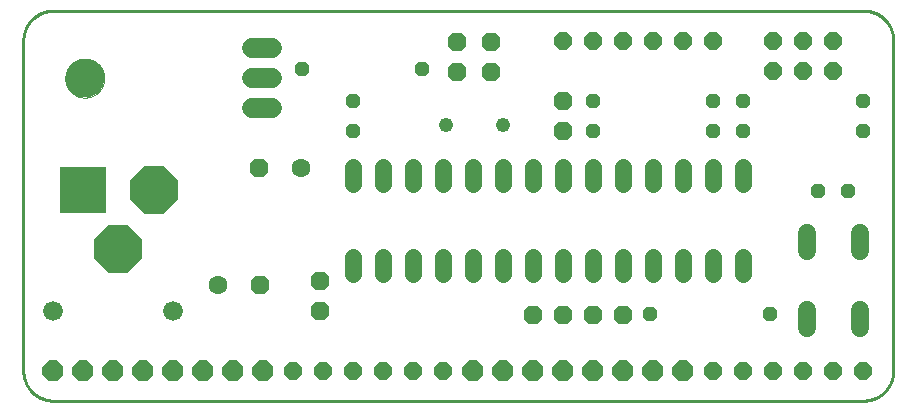
<source format=gbs>
G75*
%MOIN*%
%OFA0B0*%
%FSLAX25Y25*%
%IPPOS*%
%LPD*%
%AMOC8*
5,1,8,0,0,1.08239X$1,22.5*
%
%ADD10C,0.01000*%
%ADD11C,0.05600*%
%ADD12OC8,0.06102*%
%ADD13OC8,0.15748*%
%ADD14R,0.15748X0.15748*%
%ADD15C,0.07677*%
%ADD16C,0.06600*%
%ADD17C,0.06600*%
%ADD18C,0.00000*%
%ADD19C,0.13000*%
%ADD20OC8,0.04800*%
%ADD21C,0.06000*%
%ADD22C,0.04800*%
%ADD23OC8,0.06300*%
%ADD24C,0.06300*%
%ADD25OC8,0.06000*%
%ADD26OC8,0.07000*%
D10*
X0020850Y0003250D02*
X0290850Y0003250D01*
X0291092Y0003253D01*
X0291333Y0003262D01*
X0291574Y0003276D01*
X0291815Y0003297D01*
X0292055Y0003323D01*
X0292295Y0003355D01*
X0292534Y0003393D01*
X0292771Y0003436D01*
X0293008Y0003486D01*
X0293243Y0003541D01*
X0293477Y0003601D01*
X0293709Y0003668D01*
X0293940Y0003739D01*
X0294169Y0003817D01*
X0294396Y0003900D01*
X0294621Y0003988D01*
X0294844Y0004082D01*
X0295064Y0004181D01*
X0295282Y0004286D01*
X0295497Y0004395D01*
X0295710Y0004510D01*
X0295920Y0004630D01*
X0296126Y0004755D01*
X0296330Y0004885D01*
X0296531Y0005020D01*
X0296728Y0005160D01*
X0296922Y0005304D01*
X0297112Y0005453D01*
X0297298Y0005607D01*
X0297481Y0005765D01*
X0297660Y0005927D01*
X0297835Y0006094D01*
X0298006Y0006265D01*
X0298173Y0006440D01*
X0298335Y0006619D01*
X0298493Y0006802D01*
X0298647Y0006988D01*
X0298796Y0007178D01*
X0298940Y0007372D01*
X0299080Y0007569D01*
X0299215Y0007770D01*
X0299345Y0007974D01*
X0299470Y0008180D01*
X0299590Y0008390D01*
X0299705Y0008603D01*
X0299814Y0008818D01*
X0299919Y0009036D01*
X0300018Y0009256D01*
X0300112Y0009479D01*
X0300200Y0009704D01*
X0300283Y0009931D01*
X0300361Y0010160D01*
X0300432Y0010391D01*
X0300499Y0010623D01*
X0300559Y0010857D01*
X0300614Y0011092D01*
X0300664Y0011329D01*
X0300707Y0011566D01*
X0300745Y0011805D01*
X0300777Y0012045D01*
X0300803Y0012285D01*
X0300824Y0012526D01*
X0300838Y0012767D01*
X0300847Y0013008D01*
X0300850Y0013250D01*
X0300850Y0123250D01*
X0300847Y0123492D01*
X0300838Y0123733D01*
X0300824Y0123974D01*
X0300803Y0124215D01*
X0300777Y0124455D01*
X0300745Y0124695D01*
X0300707Y0124934D01*
X0300664Y0125171D01*
X0300614Y0125408D01*
X0300559Y0125643D01*
X0300499Y0125877D01*
X0300432Y0126109D01*
X0300361Y0126340D01*
X0300283Y0126569D01*
X0300200Y0126796D01*
X0300112Y0127021D01*
X0300018Y0127244D01*
X0299919Y0127464D01*
X0299814Y0127682D01*
X0299705Y0127897D01*
X0299590Y0128110D01*
X0299470Y0128320D01*
X0299345Y0128526D01*
X0299215Y0128730D01*
X0299080Y0128931D01*
X0298940Y0129128D01*
X0298796Y0129322D01*
X0298647Y0129512D01*
X0298493Y0129698D01*
X0298335Y0129881D01*
X0298173Y0130060D01*
X0298006Y0130235D01*
X0297835Y0130406D01*
X0297660Y0130573D01*
X0297481Y0130735D01*
X0297298Y0130893D01*
X0297112Y0131047D01*
X0296922Y0131196D01*
X0296728Y0131340D01*
X0296531Y0131480D01*
X0296330Y0131615D01*
X0296126Y0131745D01*
X0295920Y0131870D01*
X0295710Y0131990D01*
X0295497Y0132105D01*
X0295282Y0132214D01*
X0295064Y0132319D01*
X0294844Y0132418D01*
X0294621Y0132512D01*
X0294396Y0132600D01*
X0294169Y0132683D01*
X0293940Y0132761D01*
X0293709Y0132832D01*
X0293477Y0132899D01*
X0293243Y0132959D01*
X0293008Y0133014D01*
X0292771Y0133064D01*
X0292534Y0133107D01*
X0292295Y0133145D01*
X0292055Y0133177D01*
X0291815Y0133203D01*
X0291574Y0133224D01*
X0291333Y0133238D01*
X0291092Y0133247D01*
X0290850Y0133250D01*
X0020850Y0133250D01*
X0020608Y0133247D01*
X0020367Y0133238D01*
X0020126Y0133224D01*
X0019885Y0133203D01*
X0019645Y0133177D01*
X0019405Y0133145D01*
X0019166Y0133107D01*
X0018929Y0133064D01*
X0018692Y0133014D01*
X0018457Y0132959D01*
X0018223Y0132899D01*
X0017991Y0132832D01*
X0017760Y0132761D01*
X0017531Y0132683D01*
X0017304Y0132600D01*
X0017079Y0132512D01*
X0016856Y0132418D01*
X0016636Y0132319D01*
X0016418Y0132214D01*
X0016203Y0132105D01*
X0015990Y0131990D01*
X0015780Y0131870D01*
X0015574Y0131745D01*
X0015370Y0131615D01*
X0015169Y0131480D01*
X0014972Y0131340D01*
X0014778Y0131196D01*
X0014588Y0131047D01*
X0014402Y0130893D01*
X0014219Y0130735D01*
X0014040Y0130573D01*
X0013865Y0130406D01*
X0013694Y0130235D01*
X0013527Y0130060D01*
X0013365Y0129881D01*
X0013207Y0129698D01*
X0013053Y0129512D01*
X0012904Y0129322D01*
X0012760Y0129128D01*
X0012620Y0128931D01*
X0012485Y0128730D01*
X0012355Y0128526D01*
X0012230Y0128320D01*
X0012110Y0128110D01*
X0011995Y0127897D01*
X0011886Y0127682D01*
X0011781Y0127464D01*
X0011682Y0127244D01*
X0011588Y0127021D01*
X0011500Y0126796D01*
X0011417Y0126569D01*
X0011339Y0126340D01*
X0011268Y0126109D01*
X0011201Y0125877D01*
X0011141Y0125643D01*
X0011086Y0125408D01*
X0011036Y0125171D01*
X0010993Y0124934D01*
X0010955Y0124695D01*
X0010923Y0124455D01*
X0010897Y0124215D01*
X0010876Y0123974D01*
X0010862Y0123733D01*
X0010853Y0123492D01*
X0010850Y0123250D01*
X0010850Y0013250D01*
X0010853Y0013008D01*
X0010862Y0012767D01*
X0010876Y0012526D01*
X0010897Y0012285D01*
X0010923Y0012045D01*
X0010955Y0011805D01*
X0010993Y0011566D01*
X0011036Y0011329D01*
X0011086Y0011092D01*
X0011141Y0010857D01*
X0011201Y0010623D01*
X0011268Y0010391D01*
X0011339Y0010160D01*
X0011417Y0009931D01*
X0011500Y0009704D01*
X0011588Y0009479D01*
X0011682Y0009256D01*
X0011781Y0009036D01*
X0011886Y0008818D01*
X0011995Y0008603D01*
X0012110Y0008390D01*
X0012230Y0008180D01*
X0012355Y0007974D01*
X0012485Y0007770D01*
X0012620Y0007569D01*
X0012760Y0007372D01*
X0012904Y0007178D01*
X0013053Y0006988D01*
X0013207Y0006802D01*
X0013365Y0006619D01*
X0013527Y0006440D01*
X0013694Y0006265D01*
X0013865Y0006094D01*
X0014040Y0005927D01*
X0014219Y0005765D01*
X0014402Y0005607D01*
X0014588Y0005453D01*
X0014778Y0005304D01*
X0014972Y0005160D01*
X0015169Y0005020D01*
X0015370Y0004885D01*
X0015574Y0004755D01*
X0015780Y0004630D01*
X0015990Y0004510D01*
X0016203Y0004395D01*
X0016418Y0004286D01*
X0016636Y0004181D01*
X0016856Y0004082D01*
X0017079Y0003988D01*
X0017304Y0003900D01*
X0017531Y0003817D01*
X0017760Y0003739D01*
X0017991Y0003668D01*
X0018223Y0003601D01*
X0018457Y0003541D01*
X0018692Y0003486D01*
X0018929Y0003436D01*
X0019166Y0003393D01*
X0019405Y0003355D01*
X0019645Y0003323D01*
X0019885Y0003297D01*
X0020126Y0003276D01*
X0020367Y0003262D01*
X0020608Y0003253D01*
X0020850Y0003250D01*
D11*
X0120850Y0045450D02*
X0120850Y0051050D01*
X0130850Y0051050D02*
X0130850Y0045450D01*
X0140850Y0045450D02*
X0140850Y0051050D01*
X0150850Y0051050D02*
X0150850Y0045450D01*
X0160850Y0045450D02*
X0160850Y0051050D01*
X0170850Y0051050D02*
X0170850Y0045450D01*
X0180850Y0045450D02*
X0180850Y0051050D01*
X0190850Y0051050D02*
X0190850Y0045450D01*
X0200850Y0045450D02*
X0200850Y0051050D01*
X0210850Y0051050D02*
X0210850Y0045450D01*
X0220850Y0045450D02*
X0220850Y0051050D01*
X0230850Y0051050D02*
X0230850Y0045450D01*
X0240850Y0045450D02*
X0240850Y0051050D01*
X0250850Y0051050D02*
X0250850Y0045450D01*
X0250850Y0075450D02*
X0250850Y0081050D01*
X0240850Y0081050D02*
X0240850Y0075450D01*
X0230850Y0075450D02*
X0230850Y0081050D01*
X0220850Y0081050D02*
X0220850Y0075450D01*
X0210850Y0075450D02*
X0210850Y0081050D01*
X0200850Y0081050D02*
X0200850Y0075450D01*
X0190850Y0075450D02*
X0190850Y0081050D01*
X0180850Y0081050D02*
X0180850Y0075450D01*
X0170850Y0075450D02*
X0170850Y0081050D01*
X0160850Y0081050D02*
X0160850Y0075450D01*
X0150850Y0075450D02*
X0150850Y0081050D01*
X0140850Y0081050D02*
X0140850Y0075450D01*
X0130850Y0075450D02*
X0130850Y0081050D01*
X0120850Y0081050D02*
X0120850Y0075450D01*
D12*
X0260850Y0113250D03*
X0270850Y0113250D03*
X0280850Y0113250D03*
X0280850Y0123250D03*
X0270850Y0123250D03*
X0260850Y0123250D03*
D13*
X0054350Y0073450D03*
X0042550Y0053750D03*
D14*
X0030750Y0073450D03*
D15*
X0030750Y0070450D03*
X0030750Y0076450D03*
X0054350Y0076450D03*
X0054350Y0070450D03*
X0045550Y0053750D03*
X0039550Y0053750D03*
D16*
X0020850Y0033250D03*
X0060850Y0033250D03*
D17*
X0087050Y0100750D02*
X0093650Y0100750D01*
X0093650Y0110750D02*
X0087050Y0110750D01*
X0087050Y0120750D02*
X0093650Y0120750D01*
D18*
X0024850Y0110750D02*
X0024852Y0110911D01*
X0024858Y0111071D01*
X0024868Y0111232D01*
X0024882Y0111392D01*
X0024900Y0111552D01*
X0024921Y0111711D01*
X0024947Y0111870D01*
X0024977Y0112028D01*
X0025010Y0112185D01*
X0025048Y0112342D01*
X0025089Y0112497D01*
X0025134Y0112651D01*
X0025183Y0112804D01*
X0025236Y0112956D01*
X0025292Y0113107D01*
X0025353Y0113256D01*
X0025416Y0113404D01*
X0025484Y0113550D01*
X0025555Y0113694D01*
X0025629Y0113836D01*
X0025707Y0113977D01*
X0025789Y0114115D01*
X0025874Y0114252D01*
X0025962Y0114386D01*
X0026054Y0114518D01*
X0026149Y0114648D01*
X0026247Y0114776D01*
X0026348Y0114901D01*
X0026452Y0115023D01*
X0026559Y0115143D01*
X0026669Y0115260D01*
X0026782Y0115375D01*
X0026898Y0115486D01*
X0027017Y0115595D01*
X0027138Y0115700D01*
X0027262Y0115803D01*
X0027388Y0115903D01*
X0027516Y0115999D01*
X0027647Y0116092D01*
X0027781Y0116182D01*
X0027916Y0116269D01*
X0028054Y0116352D01*
X0028193Y0116432D01*
X0028335Y0116508D01*
X0028478Y0116581D01*
X0028623Y0116650D01*
X0028770Y0116716D01*
X0028918Y0116778D01*
X0029068Y0116836D01*
X0029219Y0116891D01*
X0029372Y0116942D01*
X0029526Y0116989D01*
X0029681Y0117032D01*
X0029837Y0117071D01*
X0029993Y0117107D01*
X0030151Y0117138D01*
X0030309Y0117166D01*
X0030468Y0117190D01*
X0030628Y0117210D01*
X0030788Y0117226D01*
X0030948Y0117238D01*
X0031109Y0117246D01*
X0031270Y0117250D01*
X0031430Y0117250D01*
X0031591Y0117246D01*
X0031752Y0117238D01*
X0031912Y0117226D01*
X0032072Y0117210D01*
X0032232Y0117190D01*
X0032391Y0117166D01*
X0032549Y0117138D01*
X0032707Y0117107D01*
X0032863Y0117071D01*
X0033019Y0117032D01*
X0033174Y0116989D01*
X0033328Y0116942D01*
X0033481Y0116891D01*
X0033632Y0116836D01*
X0033782Y0116778D01*
X0033930Y0116716D01*
X0034077Y0116650D01*
X0034222Y0116581D01*
X0034365Y0116508D01*
X0034507Y0116432D01*
X0034646Y0116352D01*
X0034784Y0116269D01*
X0034919Y0116182D01*
X0035053Y0116092D01*
X0035184Y0115999D01*
X0035312Y0115903D01*
X0035438Y0115803D01*
X0035562Y0115700D01*
X0035683Y0115595D01*
X0035802Y0115486D01*
X0035918Y0115375D01*
X0036031Y0115260D01*
X0036141Y0115143D01*
X0036248Y0115023D01*
X0036352Y0114901D01*
X0036453Y0114776D01*
X0036551Y0114648D01*
X0036646Y0114518D01*
X0036738Y0114386D01*
X0036826Y0114252D01*
X0036911Y0114115D01*
X0036993Y0113977D01*
X0037071Y0113836D01*
X0037145Y0113694D01*
X0037216Y0113550D01*
X0037284Y0113404D01*
X0037347Y0113256D01*
X0037408Y0113107D01*
X0037464Y0112956D01*
X0037517Y0112804D01*
X0037566Y0112651D01*
X0037611Y0112497D01*
X0037652Y0112342D01*
X0037690Y0112185D01*
X0037723Y0112028D01*
X0037753Y0111870D01*
X0037779Y0111711D01*
X0037800Y0111552D01*
X0037818Y0111392D01*
X0037832Y0111232D01*
X0037842Y0111071D01*
X0037848Y0110911D01*
X0037850Y0110750D01*
X0037848Y0110589D01*
X0037842Y0110429D01*
X0037832Y0110268D01*
X0037818Y0110108D01*
X0037800Y0109948D01*
X0037779Y0109789D01*
X0037753Y0109630D01*
X0037723Y0109472D01*
X0037690Y0109315D01*
X0037652Y0109158D01*
X0037611Y0109003D01*
X0037566Y0108849D01*
X0037517Y0108696D01*
X0037464Y0108544D01*
X0037408Y0108393D01*
X0037347Y0108244D01*
X0037284Y0108096D01*
X0037216Y0107950D01*
X0037145Y0107806D01*
X0037071Y0107664D01*
X0036993Y0107523D01*
X0036911Y0107385D01*
X0036826Y0107248D01*
X0036738Y0107114D01*
X0036646Y0106982D01*
X0036551Y0106852D01*
X0036453Y0106724D01*
X0036352Y0106599D01*
X0036248Y0106477D01*
X0036141Y0106357D01*
X0036031Y0106240D01*
X0035918Y0106125D01*
X0035802Y0106014D01*
X0035683Y0105905D01*
X0035562Y0105800D01*
X0035438Y0105697D01*
X0035312Y0105597D01*
X0035184Y0105501D01*
X0035053Y0105408D01*
X0034919Y0105318D01*
X0034784Y0105231D01*
X0034646Y0105148D01*
X0034507Y0105068D01*
X0034365Y0104992D01*
X0034222Y0104919D01*
X0034077Y0104850D01*
X0033930Y0104784D01*
X0033782Y0104722D01*
X0033632Y0104664D01*
X0033481Y0104609D01*
X0033328Y0104558D01*
X0033174Y0104511D01*
X0033019Y0104468D01*
X0032863Y0104429D01*
X0032707Y0104393D01*
X0032549Y0104362D01*
X0032391Y0104334D01*
X0032232Y0104310D01*
X0032072Y0104290D01*
X0031912Y0104274D01*
X0031752Y0104262D01*
X0031591Y0104254D01*
X0031430Y0104250D01*
X0031270Y0104250D01*
X0031109Y0104254D01*
X0030948Y0104262D01*
X0030788Y0104274D01*
X0030628Y0104290D01*
X0030468Y0104310D01*
X0030309Y0104334D01*
X0030151Y0104362D01*
X0029993Y0104393D01*
X0029837Y0104429D01*
X0029681Y0104468D01*
X0029526Y0104511D01*
X0029372Y0104558D01*
X0029219Y0104609D01*
X0029068Y0104664D01*
X0028918Y0104722D01*
X0028770Y0104784D01*
X0028623Y0104850D01*
X0028478Y0104919D01*
X0028335Y0104992D01*
X0028193Y0105068D01*
X0028054Y0105148D01*
X0027916Y0105231D01*
X0027781Y0105318D01*
X0027647Y0105408D01*
X0027516Y0105501D01*
X0027388Y0105597D01*
X0027262Y0105697D01*
X0027138Y0105800D01*
X0027017Y0105905D01*
X0026898Y0106014D01*
X0026782Y0106125D01*
X0026669Y0106240D01*
X0026559Y0106357D01*
X0026452Y0106477D01*
X0026348Y0106599D01*
X0026247Y0106724D01*
X0026149Y0106852D01*
X0026054Y0106982D01*
X0025962Y0107114D01*
X0025874Y0107248D01*
X0025789Y0107385D01*
X0025707Y0107523D01*
X0025629Y0107664D01*
X0025555Y0107806D01*
X0025484Y0107950D01*
X0025416Y0108096D01*
X0025353Y0108244D01*
X0025292Y0108393D01*
X0025236Y0108544D01*
X0025183Y0108696D01*
X0025134Y0108849D01*
X0025089Y0109003D01*
X0025048Y0109158D01*
X0025010Y0109315D01*
X0024977Y0109472D01*
X0024947Y0109630D01*
X0024921Y0109789D01*
X0024900Y0109948D01*
X0024882Y0110108D01*
X0024868Y0110268D01*
X0024858Y0110429D01*
X0024852Y0110589D01*
X0024850Y0110750D01*
D19*
X0031350Y0110750D03*
D20*
X0103850Y0113750D03*
X0120850Y0103250D03*
X0120850Y0093250D03*
X0143850Y0113750D03*
X0200850Y0103250D03*
X0200850Y0093250D03*
X0240850Y0093250D03*
X0250850Y0093250D03*
X0250850Y0103250D03*
X0240850Y0103250D03*
X0290850Y0103250D03*
X0290850Y0093250D03*
X0285850Y0073250D03*
X0275850Y0073250D03*
X0259850Y0032250D03*
X0219850Y0032250D03*
D21*
X0271950Y0033450D02*
X0271950Y0027450D01*
X0289750Y0027450D02*
X0289750Y0033450D01*
X0289750Y0053050D02*
X0289750Y0059050D01*
X0271950Y0059050D02*
X0271950Y0053050D01*
D22*
X0170850Y0095250D03*
X0151850Y0095250D03*
D23*
X0155350Y0112750D03*
X0166850Y0112750D03*
X0166850Y0122750D03*
X0155350Y0122750D03*
X0190850Y0103250D03*
X0190850Y0093250D03*
X0089350Y0080750D03*
X0109850Y0043250D03*
X0089850Y0041750D03*
X0109850Y0033250D03*
X0180850Y0031750D03*
X0190850Y0031750D03*
X0200850Y0031750D03*
X0210850Y0031750D03*
D24*
X0103350Y0080750D03*
X0075850Y0041750D03*
D25*
X0100850Y0013250D03*
X0110850Y0013250D03*
X0120850Y0013250D03*
X0130850Y0013250D03*
X0140850Y0013250D03*
X0150850Y0013250D03*
X0240850Y0013250D03*
X0250850Y0013250D03*
X0260850Y0013250D03*
X0270850Y0013250D03*
X0280850Y0013250D03*
X0290850Y0013250D03*
X0240850Y0123250D03*
X0230850Y0123250D03*
X0220850Y0123250D03*
X0210850Y0123250D03*
X0200850Y0123250D03*
X0190850Y0123250D03*
D26*
X0190850Y0013250D03*
X0200850Y0013250D03*
X0210850Y0013250D03*
X0220850Y0013250D03*
X0230850Y0013250D03*
X0180850Y0013250D03*
X0170850Y0013250D03*
X0160850Y0013250D03*
X0090850Y0013250D03*
X0080850Y0013250D03*
X0070850Y0013250D03*
X0060850Y0013250D03*
X0050850Y0013250D03*
X0040850Y0013250D03*
X0030850Y0013250D03*
X0020850Y0013250D03*
M02*

</source>
